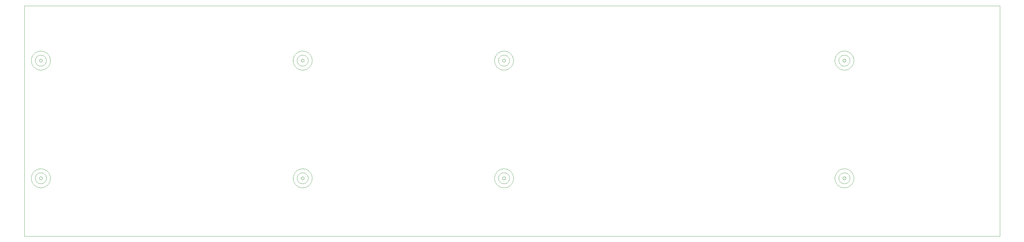
<source format=gbs>
*%FSLAX23Y23*%
*%MOIN*%
G01*
D11*
X4105Y9426D02*
X15837D01*
Y6651D02*
X4105D01*
X15837D02*
Y9426D01*
X4105D02*
Y6651D01*
D24*
X15275Y7131D02*
D03*
Y8536D02*
D03*
Y7831D02*
D03*
Y9246D02*
D03*
X15185Y7131D02*
D03*
Y6781D02*
D03*
X15155Y6806D02*
D03*
X15125Y6831D02*
D03*
X15095Y6856D02*
D03*
X15185Y7181D02*
D03*
X15155Y7396D02*
D03*
Y7536D02*
D03*
X15025Y6876D02*
D03*
Y7581D02*
D03*
X15185Y8536D02*
D03*
Y9246D02*
D03*
X15175Y8836D02*
D03*
X15125Y8966D02*
D03*
Y8616D02*
D03*
X15185Y7831D02*
D03*
X14840Y7331D02*
D03*
X14885Y7446D02*
D03*
Y6816D02*
D03*
X14930Y7226D02*
D03*
X14885Y8226D02*
D03*
X14915Y8686D02*
D03*
X14885Y8941D02*
D03*
X14990Y8886D02*
D03*
X15020Y8286D02*
D03*
X14975Y8941D02*
D03*
X14630Y7731D02*
D03*
Y6946D02*
D03*
Y8371D02*
D03*
Y9081D02*
D03*
X14485Y9106D02*
D03*
X14455Y8961D02*
D03*
X14485Y8816D02*
D03*
X14455Y8116D02*
D03*
X14320Y7136D02*
D03*
X14345Y7311D02*
D03*
Y7581D02*
D03*
X14275Y9256D02*
D03*
X14270Y8551D02*
D03*
Y7906D02*
D03*
X14245Y8796D02*
D03*
X14350Y8231D02*
D03*
X14080Y7136D02*
D03*
X14145Y7601D02*
D03*
X14185Y8936D02*
D03*
X14155Y8231D02*
D03*
X14080Y9106D02*
D03*
X13900Y7036D02*
D03*
X14038Y7709D02*
D03*
X13955Y9256D02*
D03*
X13805Y7501D02*
D03*
X13790Y7331D02*
D03*
X13775Y6941D02*
D03*
X13790Y7421D02*
D03*
X13770Y8936D02*
D03*
X13805Y8426D02*
D03*
X13790Y7841D02*
D03*
Y8326D02*
D03*
X13795Y7981D02*
D03*
X13730D02*
D03*
X13670Y8415D02*
D03*
X13720Y9351D02*
D03*
X13540Y6841D02*
D03*
X13485Y7666D02*
D03*
X13578Y7091D02*
D03*
X13485Y7576D02*
D03*
Y8151D02*
D03*
X13475Y8656D02*
D03*
X13485Y8061D02*
D03*
X13475Y8566D02*
D03*
X13580Y8936D02*
D03*
X13430Y6991D02*
D03*
X13410Y7481D02*
D03*
X13270Y7106D02*
D03*
X13410Y7521D02*
D03*
X13425Y7066D02*
D03*
X13370Y8481D02*
D03*
X13385Y8011D02*
D03*
X13363Y8568D02*
D03*
X13410Y7966D02*
D03*
X13270Y8071D02*
D03*
X13260Y8521D02*
D03*
X13335Y9346D02*
D03*
X13120Y7044D02*
D03*
X13255Y7586D02*
D03*
X13185Y8956D02*
D03*
X12890Y7696D02*
D03*
X12930Y7066D02*
D03*
X12890Y7471D02*
D03*
Y7246D02*
D03*
X12885Y8746D02*
D03*
Y9296D02*
D03*
X12890Y7921D02*
D03*
Y8146D02*
D03*
X12885Y8596D02*
D03*
Y8371D02*
D03*
X12750Y6901D02*
D03*
X12865D02*
D03*
Y7006D02*
D03*
X12750Y7036D02*
D03*
X12675Y7741D02*
D03*
X12710Y6961D02*
D03*
X12736Y9026D02*
D03*
X12805Y9121D02*
D03*
Y9236D02*
D03*
X12675Y8321D02*
D03*
X12857Y9371D02*
D03*
X12593Y6843D02*
D03*
X12575Y9181D02*
D03*
X12505Y9199D02*
D03*
X12525Y8556D02*
D03*
X12495Y8526D02*
D03*
X12623Y8855D02*
D03*
X12601Y8825D02*
D03*
X12570Y7864D02*
D03*
Y8198D02*
D03*
X12555Y8386D02*
D03*
Y8431D02*
D03*
X12505Y7981D02*
D03*
X12560Y8081D02*
D03*
X12610Y8546D02*
D03*
X12315Y6901D02*
D03*
Y7056D02*
D03*
X12415Y7116D02*
D03*
Y6996D02*
D03*
X12330Y7741D02*
D03*
X12450Y6956D02*
D03*
X12361Y6811D02*
D03*
X12470Y7682D02*
D03*
X12440Y7864D02*
D03*
X12465Y8835D02*
D03*
X12343Y8410D02*
D03*
X12403Y8411D02*
D03*
X12373Y8441D02*
D03*
X12313D02*
D03*
X12435Y8466D02*
D03*
X12465Y8496D02*
D03*
X12285Y7801D02*
D03*
X12284Y8956D02*
D03*
X12440Y8198D02*
D03*
X12200Y6901D02*
D03*
Y7086D02*
D03*
X12165Y6921D02*
D03*
X12244Y8956D02*
D03*
X12258Y8441D02*
D03*
X12228Y8466D02*
D03*
X12198Y8496D02*
D03*
X12168Y8526D02*
D03*
X12113Y8451D02*
D03*
X12100Y7916D02*
D03*
X12130Y7886D02*
D03*
X12255Y7831D02*
D03*
X12225Y7861D02*
D03*
X12195Y7891D02*
D03*
X11965Y7606D02*
D03*
X12045Y6843D02*
D03*
X11905Y6956D02*
D03*
X11901Y7366D02*
D03*
X11910Y8341D02*
D03*
X12053Y8511D02*
D03*
X12083Y8481D02*
D03*
X12070Y7946D02*
D03*
X12040Y7976D02*
D03*
X11970Y7986D02*
D03*
X11940Y8016D02*
D03*
X11910Y8046D02*
D03*
X11705Y7261D02*
D03*
X11720Y6751D02*
D03*
X11750Y6781D02*
D03*
X11765Y7606D02*
D03*
X11865Y6956D02*
D03*
X11810Y6806D02*
D03*
X11835Y7086D02*
D03*
Y7276D02*
D03*
X11880Y8076D02*
D03*
Y8136D02*
D03*
X11850Y8166D02*
D03*
X11820Y8196D02*
D03*
X11765Y8286D02*
D03*
X11625Y7461D02*
D03*
X11595Y7531D02*
D03*
X11565Y7606D02*
D03*
X11535Y6871D02*
D03*
X11660Y6696D02*
D03*
X11690Y6721D02*
D03*
X11570Y8571D02*
D03*
X11535Y8541D02*
D03*
X11505Y8571D02*
D03*
X11385Y7726D02*
D03*
X11465Y7441D02*
D03*
Y7351D02*
D03*
X11410Y7694D02*
D03*
X11355Y7116D02*
D03*
X11323Y7425D02*
D03*
X11311Y6961D02*
D03*
X11385Y8061D02*
D03*
X11445Y8631D02*
D03*
X11410Y8422D02*
D03*
Y8167D02*
D03*
Y7950D02*
D03*
X11307Y8691D02*
D03*
X11385Y8371D02*
D03*
X11200Y7141D02*
D03*
X11230Y7546D02*
D03*
X11155Y7191D02*
D03*
X11110D02*
D03*
Y7141D02*
D03*
X11150Y7756D02*
D03*
Y7681D02*
D03*
X11165Y7351D02*
D03*
X11220Y8576D02*
D03*
X11175Y8351D02*
D03*
X11300Y8265D02*
D03*
Y7871D02*
D03*
X11250Y8351D02*
D03*
X10935Y7246D02*
D03*
X10976D02*
D03*
X11035Y7381D02*
D03*
X11005Y6936D02*
D03*
Y7011D02*
D03*
X11095Y7626D02*
D03*
X10976Y7421D02*
D03*
X11055Y8491D02*
D03*
X10937Y8691D02*
D03*
X10780Y7086D02*
D03*
X10795Y6906D02*
D03*
X10890Y7546D02*
D03*
X10745Y6706D02*
D03*
X10760Y8691D02*
D03*
X10845Y8576D02*
D03*
X10560Y7771D02*
D03*
X10681Y7626D02*
D03*
X10641Y8491D02*
D03*
X10350Y7721D02*
D03*
X10510Y7546D02*
D03*
X10464Y7520D02*
D03*
X10485Y7771D02*
D03*
X10330Y7674D02*
D03*
X10490Y8571D02*
D03*
X10330Y7950D02*
D03*
X10345Y8304D02*
D03*
X10440Y8245D02*
D03*
Y7851D02*
D03*
X10415Y8711D02*
D03*
X10480Y8446D02*
D03*
Y8376D02*
D03*
X10350Y8026D02*
D03*
X10140Y7600D02*
D03*
X10255Y6796D02*
D03*
X10205Y7486D02*
D03*
X10235Y7536D02*
D03*
X10170Y7694D02*
D03*
X10140Y8446D02*
D03*
Y8326D02*
D03*
Y8376D02*
D03*
X10228Y7801D02*
D03*
X10200Y7971D02*
D03*
X10145Y8946D02*
D03*
X10210Y8186D02*
D03*
X10230Y8487D02*
D03*
X9945Y7601D02*
D03*
X9935Y8606D02*
D03*
X10100Y8716D02*
D03*
X9935Y8217D02*
D03*
X9560Y7351D02*
D03*
X9585Y8226D02*
D03*
X9470Y6996D02*
D03*
Y7351D02*
D03*
X9360Y8631D02*
D03*
X9530Y8081D02*
D03*
X9370Y8231D02*
D03*
X9255Y7556D02*
D03*
Y7601D02*
D03*
X9315Y8331D02*
D03*
Y8431D02*
D03*
X9320Y8931D02*
D03*
Y8831D02*
D03*
X9260Y8681D02*
D03*
X9215Y8536D02*
D03*
X9266Y8181D02*
D03*
X9030Y7221D02*
D03*
X8955Y7656D02*
D03*
X8990Y8226D02*
D03*
Y8741D02*
D03*
X9110Y8506D02*
D03*
X9120Y9011D02*
D03*
X9068Y8226D02*
D03*
X9017Y8341D02*
D03*
X8970Y8561D02*
D03*
X9094Y8726D02*
D03*
X9017Y8846D02*
D03*
X8930Y7221D02*
D03*
X8760D02*
D03*
X8800Y7281D02*
D03*
X8895Y8746D02*
D03*
Y8231D02*
D03*
Y8141D02*
D03*
X8885Y9011D02*
D03*
X8840Y8536D02*
D03*
X8730Y7191D02*
D03*
X8590Y7381D02*
D03*
X8650Y7136D02*
D03*
X8590Y7471D02*
D03*
X8670Y8096D02*
D03*
Y8611D02*
D03*
X8570Y8586D02*
D03*
X8220Y7411D02*
D03*
X8195Y7641D02*
D03*
Y7996D02*
D03*
X8360Y8421D02*
D03*
X8100Y7546D02*
D03*
X8075Y8761D02*
D03*
X7875Y8381D02*
D03*
X7770Y7261D02*
D03*
X7700Y6991D02*
D03*
X7735Y9061D02*
D03*
X7715Y8506D02*
D03*
X7025Y9061D02*
D03*
X7005Y8506D02*
D03*
X7165Y8381D02*
D03*
X5330Y8026D02*
D03*
Y8591D02*
D03*
X5065Y7201D02*
D03*
X5190Y7436D02*
D03*
X5075Y7396D02*
D03*
X5190Y8646D02*
D03*
Y7971D02*
D03*
X5045Y8426D02*
D03*
X4860Y7441D02*
D03*
Y7141D02*
D03*
X5005Y8301D02*
D03*
X5040Y7974D02*
D03*
X4795Y7576D02*
D03*
Y8121D02*
D03*
X4810Y8376D02*
D03*
D26*
X13852Y8767D02*
X13854D01*
X13852D02*
X13853Y8756D01*
X13855Y8745D01*
X13857Y8735D01*
X13861Y8724D01*
X13865Y8715D01*
X13871Y8705D01*
X13877Y8696D01*
X13884Y8688D01*
X13892Y8680D01*
X13901Y8674D01*
X13910Y8668D01*
X13919Y8663D01*
X13930Y8659D01*
X13940Y8656D01*
X13951Y8654D01*
X13962Y8653D01*
X13972D01*
X13983Y8654D01*
X13994Y8656D01*
X14004Y8659D01*
X14015Y8663D01*
X14024Y8668D01*
X14033Y8674D01*
X14042Y8680D01*
X14050Y8688D01*
X14057Y8696D01*
X14063Y8705D01*
X14069Y8715D01*
X14073Y8724D01*
X14077Y8735D01*
X14079Y8745D01*
X14081Y8756D01*
X14082Y8767D01*
X14082D01*
X14082D02*
X14081Y8778D01*
X14079Y8789D01*
X14077Y8799D01*
X14073Y8810D01*
X14069Y8819D01*
X14063Y8829D01*
X14057Y8838D01*
X14050Y8846D01*
X14042Y8854D01*
X14033Y8860D01*
X14024Y8866D01*
X14015Y8871D01*
X14004Y8875D01*
X13994Y8878D01*
X13983Y8880D01*
X13972Y8881D01*
X13962D01*
X13951Y8880D01*
X13940Y8878D01*
X13930Y8875D01*
X13919Y8871D01*
X13910Y8866D01*
X13901Y8860D01*
X13892Y8854D01*
X13884Y8846D01*
X13877Y8838D01*
X13871Y8829D01*
X13865Y8819D01*
X13861Y8810D01*
X13857Y8799D01*
X13855Y8789D01*
X13853Y8778D01*
X13852Y8767D01*
X13900D02*
X13902D01*
X13900D02*
X13901Y8757D01*
X13903Y8747D01*
X13907Y8738D01*
X13912Y8730D01*
X13918Y8722D01*
X13926Y8715D01*
X13934Y8709D01*
X13943Y8705D01*
X13952Y8702D01*
X13962Y8701D01*
X13972D01*
X13982Y8702D01*
X13991Y8705D01*
X14000Y8709D01*
X14008Y8715D01*
X14016Y8722D01*
X14022Y8730D01*
X14027Y8738D01*
X14031Y8747D01*
X14033Y8757D01*
X14034Y8767D01*
X14034D01*
X14034D02*
X14033Y8777D01*
X14031Y8787D01*
X14027Y8796D01*
X14022Y8804D01*
X14016Y8812D01*
X14008Y8819D01*
X14000Y8825D01*
X13991Y8829D01*
X13982Y8832D01*
X13972Y8833D01*
X13962D01*
X13952Y8832D01*
X13943Y8829D01*
X13934Y8825D01*
X13926Y8819D01*
X13918Y8812D01*
X13912Y8804D01*
X13907Y8796D01*
X13903Y8787D01*
X13901Y8777D01*
X13900Y8767D01*
X13948D02*
X13950D01*
X13948D02*
X13950Y8761D01*
X13953Y8755D01*
X13958Y8751D01*
X13964Y8749D01*
X13970D01*
X13976Y8751D01*
X13981Y8755D01*
X13984Y8761D01*
X13986Y8767D01*
X13986D01*
X13986D02*
X13984Y8773D01*
X13981Y8779D01*
X13976Y8783D01*
X13970Y8785D01*
X13964D01*
X13958Y8783D01*
X13953Y8779D01*
X13950Y8773D01*
X13948Y8767D01*
X13852Y7350D02*
X13854D01*
X13852D02*
X13853Y7339D01*
X13855Y7328D01*
X13857Y7318D01*
X13861Y7307D01*
X13865Y7298D01*
X13871Y7288D01*
X13877Y7279D01*
X13884Y7271D01*
X13892Y7263D01*
X13901Y7257D01*
X13910Y7251D01*
X13919Y7246D01*
X13930Y7242D01*
X13940Y7239D01*
X13951Y7237D01*
X13962Y7236D01*
X13972D01*
X13983Y7237D01*
X13994Y7239D01*
X14004Y7242D01*
X14015Y7246D01*
X14024Y7251D01*
X14033Y7257D01*
X14042Y7263D01*
X14050Y7271D01*
X14057Y7279D01*
X14063Y7288D01*
X14069Y7298D01*
X14073Y7307D01*
X14077Y7318D01*
X14079Y7328D01*
X14081Y7339D01*
X14082Y7350D01*
X14082D01*
X14082D02*
X14081Y7361D01*
X14079Y7372D01*
X14077Y7382D01*
X14073Y7393D01*
X14069Y7402D01*
X14063Y7412D01*
X14057Y7421D01*
X14050Y7429D01*
X14042Y7437D01*
X14033Y7443D01*
X14024Y7449D01*
X14015Y7454D01*
X14004Y7458D01*
X13994Y7461D01*
X13983Y7463D01*
X13972Y7464D01*
X13962D01*
X13951Y7463D01*
X13940Y7461D01*
X13930Y7458D01*
X13919Y7454D01*
X13910Y7449D01*
X13901Y7443D01*
X13892Y7437D01*
X13884Y7429D01*
X13877Y7421D01*
X13871Y7412D01*
X13865Y7402D01*
X13861Y7393D01*
X13857Y7382D01*
X13855Y7372D01*
X13853Y7361D01*
X13852Y7350D01*
X13900D02*
X13902D01*
X13900D02*
X13901Y7340D01*
X13903Y7330D01*
X13907Y7321D01*
X13912Y7313D01*
X13918Y7305D01*
X13926Y7298D01*
X13934Y7292D01*
X13943Y7288D01*
X13952Y7285D01*
X13962Y7284D01*
X13972D01*
X13982Y7285D01*
X13991Y7288D01*
X14000Y7292D01*
X14008Y7298D01*
X14016Y7305D01*
X14022Y7313D01*
X14027Y7321D01*
X14031Y7330D01*
X14033Y7340D01*
X14034Y7350D01*
X14034D01*
X14034D02*
X14033Y7360D01*
X14031Y7370D01*
X14027Y7379D01*
X14022Y7387D01*
X14016Y7395D01*
X14008Y7402D01*
X14000Y7408D01*
X13991Y7412D01*
X13982Y7415D01*
X13972Y7416D01*
X13962D01*
X13952Y7415D01*
X13943Y7412D01*
X13934Y7408D01*
X13926Y7402D01*
X13918Y7395D01*
X13912Y7387D01*
X13907Y7379D01*
X13903Y7370D01*
X13901Y7360D01*
X13900Y7350D01*
X13948D02*
X13950D01*
X13948D02*
X13950Y7344D01*
X13953Y7338D01*
X13958Y7334D01*
X13964Y7332D01*
X13970D01*
X13976Y7334D01*
X13981Y7338D01*
X13984Y7344D01*
X13986Y7350D01*
X13986D01*
X13986D02*
X13984Y7356D01*
X13981Y7362D01*
X13976Y7366D01*
X13970Y7368D01*
X13964D01*
X13958Y7366D01*
X13953Y7362D01*
X13950Y7356D01*
X13948Y7350D01*
X9758Y8767D02*
X9760D01*
X9758D02*
X9759Y8756D01*
X9761Y8745D01*
X9763Y8735D01*
X9767Y8724D01*
X9771Y8715D01*
X9777Y8705D01*
X9783Y8696D01*
X9790Y8688D01*
X9798Y8680D01*
X9807Y8674D01*
X9816Y8668D01*
X9825Y8663D01*
X9836Y8659D01*
X9846Y8656D01*
X9857Y8654D01*
X9868Y8653D01*
X9878D01*
X9889Y8654D01*
X9900Y8656D01*
X9910Y8659D01*
X9921Y8663D01*
X9930Y8668D01*
X9939Y8674D01*
X9948Y8680D01*
X9956Y8688D01*
X9963Y8696D01*
X9969Y8705D01*
X9975Y8715D01*
X9979Y8724D01*
X9983Y8735D01*
X9985Y8745D01*
X9987Y8756D01*
X9988Y8767D01*
X9988D01*
X9988D02*
X9987Y8778D01*
X9985Y8789D01*
X9983Y8799D01*
X9979Y8810D01*
X9975Y8819D01*
X9969Y8829D01*
X9963Y8838D01*
X9956Y8846D01*
X9948Y8854D01*
X9939Y8860D01*
X9930Y8866D01*
X9921Y8871D01*
X9910Y8875D01*
X9900Y8878D01*
X9889Y8880D01*
X9878Y8881D01*
X9868D01*
X9857Y8880D01*
X9846Y8878D01*
X9836Y8875D01*
X9825Y8871D01*
X9816Y8866D01*
X9807Y8860D01*
X9798Y8854D01*
X9790Y8846D01*
X9783Y8838D01*
X9777Y8829D01*
X9771Y8819D01*
X9767Y8810D01*
X9763Y8799D01*
X9761Y8789D01*
X9759Y8778D01*
X9758Y8767D01*
X9806D02*
X9808D01*
X9806D02*
X9807Y8757D01*
X9809Y8747D01*
X9813Y8738D01*
X9818Y8730D01*
X9824Y8722D01*
X9832Y8715D01*
X9840Y8709D01*
X9849Y8705D01*
X9858Y8702D01*
X9868Y8701D01*
X9878D01*
X9888Y8702D01*
X9897Y8705D01*
X9906Y8709D01*
X9914Y8715D01*
X9922Y8722D01*
X9928Y8730D01*
X9933Y8738D01*
X9937Y8747D01*
X9939Y8757D01*
X9940Y8767D01*
X9940D01*
X9940D02*
X9939Y8777D01*
X9937Y8787D01*
X9933Y8796D01*
X9928Y8804D01*
X9922Y8812D01*
X9914Y8819D01*
X9906Y8825D01*
X9897Y8829D01*
X9888Y8832D01*
X9878Y8833D01*
X9868D01*
X9858Y8832D01*
X9849Y8829D01*
X9840Y8825D01*
X9832Y8819D01*
X9824Y8812D01*
X9818Y8804D01*
X9813Y8796D01*
X9809Y8787D01*
X9807Y8777D01*
X9806Y8767D01*
X9854D02*
X9856D01*
X9854D02*
X9856Y8761D01*
X9859Y8755D01*
X9864Y8751D01*
X9870Y8749D01*
X9876D01*
X9882Y8751D01*
X9887Y8755D01*
X9890Y8761D01*
X9892Y8767D01*
X9892D01*
X9892D02*
X9890Y8773D01*
X9887Y8779D01*
X9882Y8783D01*
X9876Y8785D01*
X9870D01*
X9864Y8783D01*
X9859Y8779D01*
X9856Y8773D01*
X9854Y8767D01*
X9758Y7350D02*
X9760D01*
X9758D02*
X9759Y7339D01*
X9761Y7328D01*
X9763Y7318D01*
X9767Y7307D01*
X9771Y7298D01*
X9777Y7288D01*
X9783Y7279D01*
X9790Y7271D01*
X9798Y7263D01*
X9807Y7257D01*
X9816Y7251D01*
X9825Y7246D01*
X9836Y7242D01*
X9846Y7239D01*
X9857Y7237D01*
X9868Y7236D01*
X9878D01*
X9889Y7237D01*
X9900Y7239D01*
X9910Y7242D01*
X9921Y7246D01*
X9930Y7251D01*
X9939Y7257D01*
X9948Y7263D01*
X9956Y7271D01*
X9963Y7279D01*
X9969Y7288D01*
X9975Y7298D01*
X9979Y7307D01*
X9983Y7318D01*
X9985Y7328D01*
X9987Y7339D01*
X9988Y7350D01*
X9988D01*
X9988D02*
X9987Y7361D01*
X9985Y7372D01*
X9983Y7382D01*
X9979Y7393D01*
X9975Y7402D01*
X9969Y7412D01*
X9963Y7421D01*
X9956Y7429D01*
X9948Y7437D01*
X9939Y7443D01*
X9930Y7449D01*
X9921Y7454D01*
X9910Y7458D01*
X9900Y7461D01*
X9889Y7463D01*
X9878Y7464D01*
X9868D01*
X9857Y7463D01*
X9846Y7461D01*
X9836Y7458D01*
X9825Y7454D01*
X9816Y7449D01*
X9807Y7443D01*
X9798Y7437D01*
X9790Y7429D01*
X9783Y7421D01*
X9777Y7412D01*
X9771Y7402D01*
X9767Y7393D01*
X9763Y7382D01*
X9761Y7372D01*
X9759Y7361D01*
X9758Y7350D01*
X9806D02*
X9808D01*
X9806D02*
X9807Y7340D01*
X9809Y7330D01*
X9813Y7321D01*
X9818Y7313D01*
X9824Y7305D01*
X9832Y7298D01*
X9840Y7292D01*
X9849Y7288D01*
X9858Y7285D01*
X9868Y7284D01*
X9878D01*
X9888Y7285D01*
X9897Y7288D01*
X9906Y7292D01*
X9914Y7298D01*
X9922Y7305D01*
X9928Y7313D01*
X9933Y7321D01*
X9937Y7330D01*
X9939Y7340D01*
X9940Y7350D01*
X9940D01*
X9940D02*
X9939Y7360D01*
X9937Y7370D01*
X9933Y7379D01*
X9928Y7387D01*
X9922Y7395D01*
X9914Y7402D01*
X9906Y7408D01*
X9897Y7412D01*
X9888Y7415D01*
X9878Y7416D01*
X9868D01*
X9858Y7415D01*
X9849Y7412D01*
X9840Y7408D01*
X9832Y7402D01*
X9824Y7395D01*
X9818Y7387D01*
X9813Y7379D01*
X9809Y7370D01*
X9807Y7360D01*
X9806Y7350D01*
X9854D02*
X9856D01*
X9854D02*
X9856Y7344D01*
X9859Y7338D01*
X9864Y7334D01*
X9870Y7332D01*
X9876D01*
X9882Y7334D01*
X9887Y7338D01*
X9890Y7344D01*
X9892Y7350D01*
X9892D01*
X9892D02*
X9890Y7356D01*
X9887Y7362D01*
X9882Y7366D01*
X9876Y7368D01*
X9870D01*
X9864Y7366D01*
X9859Y7362D01*
X9856Y7356D01*
X9854Y7350D01*
X7336Y8767D02*
X7338D01*
X7336D02*
X7337Y8756D01*
X7339Y8745D01*
X7341Y8735D01*
X7345Y8724D01*
X7349Y8715D01*
X7355Y8705D01*
X7361Y8696D01*
X7368Y8688D01*
X7376Y8680D01*
X7385Y8674D01*
X7394Y8668D01*
X7403Y8663D01*
X7414Y8659D01*
X7424Y8656D01*
X7435Y8654D01*
X7446Y8653D01*
X7456D01*
X7467Y8654D01*
X7478Y8656D01*
X7488Y8659D01*
X7499Y8663D01*
X7508Y8668D01*
X7517Y8674D01*
X7526Y8680D01*
X7534Y8688D01*
X7541Y8696D01*
X7547Y8705D01*
X7553Y8715D01*
X7557Y8724D01*
X7561Y8735D01*
X7563Y8745D01*
X7565Y8756D01*
X7566Y8767D01*
X7566D01*
X7566D02*
X7565Y8778D01*
X7563Y8789D01*
X7561Y8799D01*
X7557Y8810D01*
X7553Y8819D01*
X7547Y8829D01*
X7541Y8838D01*
X7534Y8846D01*
X7526Y8854D01*
X7517Y8860D01*
X7508Y8866D01*
X7499Y8871D01*
X7488Y8875D01*
X7478Y8878D01*
X7467Y8880D01*
X7456Y8881D01*
X7446D01*
X7435Y8880D01*
X7424Y8878D01*
X7414Y8875D01*
X7403Y8871D01*
X7394Y8866D01*
X7385Y8860D01*
X7376Y8854D01*
X7368Y8846D01*
X7361Y8838D01*
X7355Y8829D01*
X7349Y8819D01*
X7345Y8810D01*
X7341Y8799D01*
X7339Y8789D01*
X7337Y8778D01*
X7336Y8767D01*
X7384D02*
X7386D01*
X7384D02*
X7385Y8757D01*
X7387Y8747D01*
X7391Y8738D01*
X7396Y8730D01*
X7402Y8722D01*
X7410Y8715D01*
X7418Y8709D01*
X7427Y8705D01*
X7436Y8702D01*
X7446Y8701D01*
X7456D01*
X7466Y8702D01*
X7475Y8705D01*
X7484Y8709D01*
X7492Y8715D01*
X7500Y8722D01*
X7506Y8730D01*
X7511Y8738D01*
X7515Y8747D01*
X7517Y8757D01*
X7518Y8767D01*
X7518D01*
X7518D02*
X7517Y8777D01*
X7515Y8787D01*
X7511Y8796D01*
X7506Y8804D01*
X7500Y8812D01*
X7492Y8819D01*
X7484Y8825D01*
X7475Y8829D01*
X7466Y8832D01*
X7456Y8833D01*
X7446D01*
X7436Y8832D01*
X7427Y8829D01*
X7418Y8825D01*
X7410Y8819D01*
X7402Y8812D01*
X7396Y8804D01*
X7391Y8796D01*
X7387Y8787D01*
X7385Y8777D01*
X7384Y8767D01*
X7432D02*
X7434D01*
X7432D02*
X7434Y8761D01*
X7437Y8755D01*
X7442Y8751D01*
X7448Y8749D01*
X7454D01*
X7460Y8751D01*
X7465Y8755D01*
X7468Y8761D01*
X7470Y8767D01*
X7470D01*
X7470D02*
X7468Y8773D01*
X7465Y8779D01*
X7460Y8783D01*
X7454Y8785D01*
X7448D01*
X7442Y8783D01*
X7437Y8779D01*
X7434Y8773D01*
X7432Y8767D01*
X7336Y7350D02*
X7338D01*
X7336D02*
X7337Y7339D01*
X7339Y7328D01*
X7341Y7318D01*
X7345Y7307D01*
X7349Y7298D01*
X7355Y7288D01*
X7361Y7279D01*
X7368Y7271D01*
X7376Y7263D01*
X7385Y7257D01*
X7394Y7251D01*
X7403Y7246D01*
X7414Y7242D01*
X7424Y7239D01*
X7435Y7237D01*
X7446Y7236D01*
X7456D01*
X7467Y7237D01*
X7478Y7239D01*
X7488Y7242D01*
X7499Y7246D01*
X7508Y7251D01*
X7517Y7257D01*
X7526Y7263D01*
X7534Y7271D01*
X7541Y7279D01*
X7547Y7288D01*
X7553Y7298D01*
X7557Y7307D01*
X7561Y7318D01*
X7563Y7328D01*
X7565Y7339D01*
X7566Y7350D01*
X7566D01*
X7566D02*
X7565Y7361D01*
X7563Y7372D01*
X7561Y7382D01*
X7557Y7393D01*
X7553Y7402D01*
X7547Y7412D01*
X7541Y7421D01*
X7534Y7429D01*
X7526Y7437D01*
X7517Y7443D01*
X7508Y7449D01*
X7499Y7454D01*
X7488Y7458D01*
X7478Y7461D01*
X7467Y7463D01*
X7456Y7464D01*
X7446D01*
X7435Y7463D01*
X7424Y7461D01*
X7414Y7458D01*
X7403Y7454D01*
X7394Y7449D01*
X7385Y7443D01*
X7376Y7437D01*
X7368Y7429D01*
X7361Y7421D01*
X7355Y7412D01*
X7349Y7402D01*
X7345Y7393D01*
X7341Y7382D01*
X7339Y7372D01*
X7337Y7361D01*
X7336Y7350D01*
X7384D02*
X7386D01*
X7384D02*
X7385Y7340D01*
X7387Y7330D01*
X7391Y7321D01*
X7396Y7313D01*
X7402Y7305D01*
X7410Y7298D01*
X7418Y7292D01*
X7427Y7288D01*
X7436Y7285D01*
X7446Y7284D01*
X7456D01*
X7466Y7285D01*
X7475Y7288D01*
X7484Y7292D01*
X7492Y7298D01*
X7500Y7305D01*
X7506Y7313D01*
X7511Y7321D01*
X7515Y7330D01*
X7517Y7340D01*
X7518Y7350D01*
X7518D01*
X7518D02*
X7517Y7360D01*
X7515Y7370D01*
X7511Y7379D01*
X7506Y7387D01*
X7500Y7395D01*
X7492Y7402D01*
X7484Y7408D01*
X7475Y7412D01*
X7466Y7415D01*
X7456Y7416D01*
X7446D01*
X7436Y7415D01*
X7427Y7412D01*
X7418Y7408D01*
X7410Y7402D01*
X7402Y7395D01*
X7396Y7387D01*
X7391Y7379D01*
X7387Y7370D01*
X7385Y7360D01*
X7384Y7350D01*
X7432D02*
X7434D01*
X7432D02*
X7434Y7344D01*
X7437Y7338D01*
X7442Y7334D01*
X7448Y7332D01*
X7454D01*
X7460Y7334D01*
X7465Y7338D01*
X7468Y7344D01*
X7470Y7350D01*
X7470D01*
X7470D02*
X7468Y7356D01*
X7465Y7362D01*
X7460Y7366D01*
X7454Y7368D01*
X7448D01*
X7442Y7366D01*
X7437Y7362D01*
X7434Y7356D01*
X7432Y7350D01*
X4188Y8767D02*
X4188D01*
X4188D02*
X4188Y8756D01*
X4190Y8745D01*
X4192Y8735D01*
X4196Y8724D01*
X4200Y8715D01*
X4206Y8705D01*
X4212Y8696D01*
X4219Y8688D01*
X4227Y8680D01*
X4236Y8674D01*
X4245Y8668D01*
X4254Y8663D01*
X4265Y8659D01*
X4275Y8656D01*
X4286Y8654D01*
X4297Y8653D01*
X4307D01*
X4318Y8654D01*
X4329Y8656D01*
X4339Y8659D01*
X4350Y8663D01*
X4359Y8668D01*
X4368Y8674D01*
X4377Y8680D01*
X4385Y8688D01*
X4392Y8696D01*
X4398Y8705D01*
X4404Y8715D01*
X4408Y8724D01*
X4412Y8735D01*
X4414Y8745D01*
X4416Y8756D01*
X4416Y8767D01*
X4418D01*
X4416D02*
X4416Y8778D01*
X4414Y8789D01*
X4412Y8799D01*
X4408Y8810D01*
X4404Y8819D01*
X4398Y8829D01*
X4392Y8838D01*
X4385Y8846D01*
X4377Y8854D01*
X4368Y8860D01*
X4359Y8866D01*
X4350Y8871D01*
X4339Y8875D01*
X4329Y8878D01*
X4318Y8880D01*
X4307Y8881D01*
X4297D01*
X4286Y8880D01*
X4275Y8878D01*
X4265Y8875D01*
X4254Y8871D01*
X4245Y8866D01*
X4236Y8860D01*
X4227Y8854D01*
X4219Y8846D01*
X4212Y8838D01*
X4206Y8829D01*
X4200Y8819D01*
X4196Y8810D01*
X4192Y8799D01*
X4190Y8789D01*
X4188Y8778D01*
X4188Y8767D01*
X4236D02*
X4236D01*
X4236D02*
X4236Y8757D01*
X4238Y8747D01*
X4242Y8738D01*
X4247Y8730D01*
X4253Y8722D01*
X4261Y8715D01*
X4269Y8709D01*
X4278Y8705D01*
X4287Y8702D01*
X4297Y8701D01*
X4307D01*
X4317Y8702D01*
X4326Y8705D01*
X4335Y8709D01*
X4343Y8715D01*
X4351Y8722D01*
X4357Y8730D01*
X4362Y8738D01*
X4366Y8747D01*
X4368Y8757D01*
X4368Y8767D01*
X4370D01*
X4368D02*
X4368Y8777D01*
X4366Y8787D01*
X4362Y8796D01*
X4357Y8804D01*
X4351Y8812D01*
X4343Y8819D01*
X4335Y8825D01*
X4326Y8829D01*
X4317Y8832D01*
X4307Y8833D01*
X4297D01*
X4287Y8832D01*
X4278Y8829D01*
X4269Y8825D01*
X4261Y8819D01*
X4253Y8812D01*
X4247Y8804D01*
X4242Y8796D01*
X4238Y8787D01*
X4236Y8777D01*
X4236Y8767D01*
X4284D02*
X4284D01*
X4284D02*
X4285Y8761D01*
X4288Y8755D01*
X4293Y8751D01*
X4299Y8749D01*
X4305D01*
X4311Y8751D01*
X4316Y8755D01*
X4319Y8761D01*
X4320Y8767D01*
X4322D01*
X4320D02*
X4319Y8773D01*
X4316Y8779D01*
X4311Y8783D01*
X4305Y8785D01*
X4299D01*
X4293Y8783D01*
X4288Y8779D01*
X4285Y8773D01*
X4284Y8767D01*
X4188Y7350D02*
X4188D01*
X4188D02*
X4188Y7339D01*
X4190Y7328D01*
X4192Y7318D01*
X4196Y7307D01*
X4200Y7298D01*
X4206Y7288D01*
X4212Y7279D01*
X4219Y7271D01*
X4227Y7263D01*
X4236Y7257D01*
X4245Y7251D01*
X4254Y7246D01*
X4265Y7242D01*
X4275Y7239D01*
X4286Y7237D01*
X4297Y7236D01*
X4307D01*
X4318Y7237D01*
X4329Y7239D01*
X4339Y7242D01*
X4350Y7246D01*
X4359Y7251D01*
X4368Y7257D01*
X4377Y7263D01*
X4385Y7271D01*
X4392Y7279D01*
X4398Y7288D01*
X4404Y7298D01*
X4408Y7307D01*
X4412Y7318D01*
X4414Y7328D01*
X4416Y7339D01*
X4416Y7350D01*
X4418D01*
X4416D02*
X4416Y7361D01*
X4414Y7372D01*
X4412Y7382D01*
X4408Y7393D01*
X4404Y7402D01*
X4398Y7412D01*
X4392Y7421D01*
X4385Y7429D01*
X4377Y7437D01*
X4368Y7443D01*
X4359Y7449D01*
X4350Y7454D01*
X4339Y7458D01*
X4329Y7461D01*
X4318Y7463D01*
X4307Y7464D01*
X4297D01*
X4286Y7463D01*
X4275Y7461D01*
X4265Y7458D01*
X4254Y7454D01*
X4245Y7449D01*
X4236Y7443D01*
X4227Y7437D01*
X4219Y7429D01*
X4212Y7421D01*
X4206Y7412D01*
X4200Y7402D01*
X4196Y7393D01*
X4192Y7382D01*
X4190Y7372D01*
X4188Y7361D01*
X4188Y7350D01*
X4236D02*
X4236D01*
X4236D02*
X4236Y7340D01*
X4238Y7330D01*
X4242Y7321D01*
X4247Y7313D01*
X4253Y7305D01*
X4261Y7298D01*
X4269Y7292D01*
X4278Y7288D01*
X4287Y7285D01*
X4297Y7284D01*
X4307D01*
X4317Y7285D01*
X4326Y7288D01*
X4335Y7292D01*
X4343Y7298D01*
X4351Y7305D01*
X4357Y7313D01*
X4362Y7321D01*
X4366Y7330D01*
X4368Y7340D01*
X4368Y7350D01*
X4370D01*
X4368D02*
X4368Y7360D01*
X4366Y7370D01*
X4362Y7379D01*
X4357Y7387D01*
X4351Y7395D01*
X4343Y7402D01*
X4335Y7408D01*
X4326Y7412D01*
X4317Y7415D01*
X4307Y7416D01*
X4297D01*
X4287Y7415D01*
X4278Y7412D01*
X4269Y7408D01*
X4261Y7402D01*
X4253Y7395D01*
X4247Y7387D01*
X4242Y7379D01*
X4238Y7370D01*
X4236Y7360D01*
X4236Y7350D01*
X4284D02*
X4284D01*
X4284D02*
X4285Y7344D01*
X4288Y7338D01*
X4293Y7334D01*
X4299Y7332D01*
X4305D01*
X4311Y7334D01*
X4316Y7338D01*
X4319Y7344D01*
X4320Y7350D01*
X4322D01*
X4320D02*
X4319Y7356D01*
X4316Y7362D01*
X4311Y7366D01*
X4305Y7368D01*
X4299D01*
X4293Y7366D01*
X4288Y7362D01*
X4285Y7356D01*
X4284Y7350D01*
D32*
X4352Y8008D02*
D03*
Y7608D02*
D03*
X4252Y8558D02*
D03*
X4352Y8508D02*
D03*
X4252Y8458D02*
D03*
X4352Y8408D02*
D03*
X4252Y8358D02*
D03*
X4352Y8308D02*
D03*
X4252Y8258D02*
D03*
X4352Y8208D02*
D03*
X4252Y8158D02*
D03*
X4352Y8108D02*
D03*
X4252Y8058D02*
D03*
Y7958D02*
D03*
X4352Y7908D02*
D03*
X4252Y7858D02*
D03*
X4352Y7808D02*
D03*
X4252Y7758D02*
D03*
X4352Y7708D02*
D03*
X4252Y7658D02*
D03*
X8855Y7501D02*
D03*
X9055D02*
D03*
X10115Y9186D02*
D03*
X9715D02*
D03*
X10665Y9286D02*
D03*
X10615Y9186D02*
D03*
X10565Y9286D02*
D03*
X10515Y9186D02*
D03*
X10465Y9286D02*
D03*
X10415Y9186D02*
D03*
X10365Y9286D02*
D03*
X10315Y9186D02*
D03*
X10265Y9286D02*
D03*
X10215Y9186D02*
D03*
X10165Y9286D02*
D03*
X10065D02*
D03*
X10015Y9186D02*
D03*
X9965Y9286D02*
D03*
X9915Y9186D02*
D03*
X9865Y9286D02*
D03*
X9815Y9186D02*
D03*
X9765Y9286D02*
D03*
X11305Y9186D02*
D03*
X10905D02*
D03*
X11855Y9286D02*
D03*
X11805Y9186D02*
D03*
X11755Y9286D02*
D03*
X11705Y9186D02*
D03*
X11655Y9286D02*
D03*
X11605Y9186D02*
D03*
X11555Y9286D02*
D03*
X11505Y9186D02*
D03*
X11455Y9286D02*
D03*
X11405Y9186D02*
D03*
X11355Y9286D02*
D03*
X11255D02*
D03*
X11205Y9186D02*
D03*
X11155Y9286D02*
D03*
X11105Y9186D02*
D03*
X11055Y9286D02*
D03*
X11005Y9186D02*
D03*
X10955Y9286D02*
D03*
D33*
X10505Y7056D02*
D03*
X10685D02*
D03*
X10595D02*
D03*
D36*
X8690Y6831D02*
D03*
X8790D02*
D03*
X8890D02*
D03*
X8990D02*
D03*
X9090D02*
D03*
X9190D02*
D03*
X11416D02*
D03*
X11316D02*
D03*
X11216D02*
D03*
X11116D02*
D03*
X11016D02*
D03*
X10916D02*
D03*
D39*
X15371Y6995D02*
D03*
Y7095D02*
D03*
Y7804D02*
D03*
Y7704D02*
D03*
Y8413D02*
D03*
Y8513D02*
D03*
Y9222D02*
D03*
Y9122D02*
D03*
D41*
X4280Y7552D02*
D03*
X9659Y9258D02*
D03*
X10849D02*
D03*
X15571Y6995D02*
D03*
D44*
X15670Y7094D02*
D03*
X15472D02*
D03*
Y6896D02*
D03*
X15670D02*
D03*
D50*
X15571Y9322D02*
D03*
D52*
Y7195D02*
D03*
Y6795D02*
D03*
Y7504D02*
D03*
Y7904D02*
D03*
Y8613D02*
D03*
Y8213D02*
D03*
Y8922D02*
D03*
D87*
X4875Y8376D02*
D03*
X4965D02*
D03*
X11210Y7681D02*
D03*
X11300D02*
D03*
X11210Y7756D02*
D03*
X11300D02*
D03*
D99*
X10560Y7716D02*
D03*
Y7626D02*
D03*
X10485Y7716D02*
D03*
Y7626D02*
D03*
X11175Y8401D02*
D03*
Y8491D02*
D03*
X11250Y8401D02*
D03*
Y8491D02*
D03*
D102*
X8590Y6831D02*
D03*
X10816D02*
D03*
M02*

</source>
